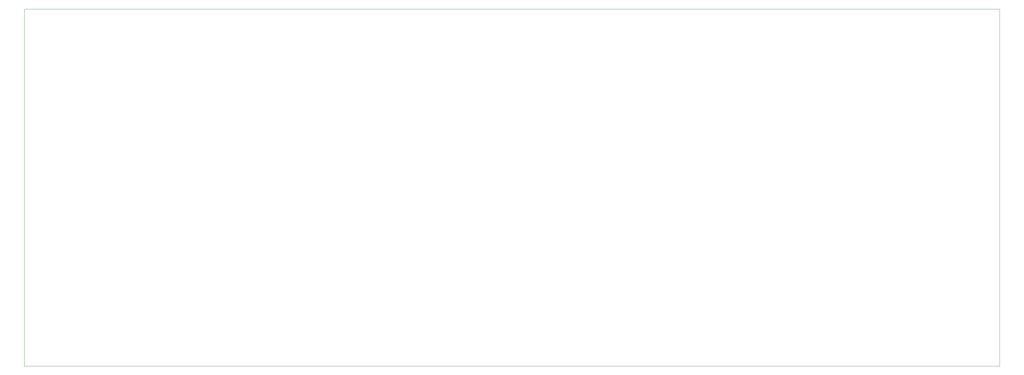
<source format=gbr>
%TF.GenerationSoftware,KiCad,Pcbnew,7.0.2*%
%TF.CreationDate,2023-10-13T18:39:38+02:00*%
%TF.ProjectId,3D Scanner with IR sensor Central Unit,33442053-6361-46e6-9e65-722077697468,1.0*%
%TF.SameCoordinates,Original*%
%TF.FileFunction,Profile,NP*%
%FSLAX46Y46*%
G04 Gerber Fmt 4.6, Leading zero omitted, Abs format (unit mm)*
G04 Created by KiCad (PCBNEW 7.0.2) date 2023-10-13 18:39:38*
%MOMM*%
%LPD*%
G01*
G04 APERTURE LIST*
%TA.AperFunction,Profile*%
%ADD10C,0.100000*%
%TD*%
G04 APERTURE END LIST*
D10*
X277200000Y-286000000D02*
X348200000Y-286000000D01*
X352200000Y-250000000D02*
X352200000Y-215000000D01*
X352200000Y-285000000D02*
X352200000Y-250000000D01*
X68200000Y-286000000D02*
X69200000Y-286000000D01*
X259200000Y-286000000D02*
X69200000Y-286000000D01*
X352200000Y-182000000D02*
X352200000Y-215000000D01*
X68200000Y-182000000D02*
X192200000Y-182000000D01*
X349200000Y-286000000D02*
X352200000Y-286000000D01*
X68200000Y-285000000D02*
X68200000Y-229000000D01*
X68200000Y-229000000D02*
X68200000Y-182000000D01*
X348200000Y-286000000D02*
X349200000Y-286000000D01*
X68200000Y-286000000D02*
X68200000Y-285000000D01*
X259200000Y-286000000D02*
X277200000Y-286000000D01*
X352200000Y-286000000D02*
X352200000Y-285000000D01*
X192200000Y-182000000D02*
X352200000Y-182000000D01*
M02*

</source>
